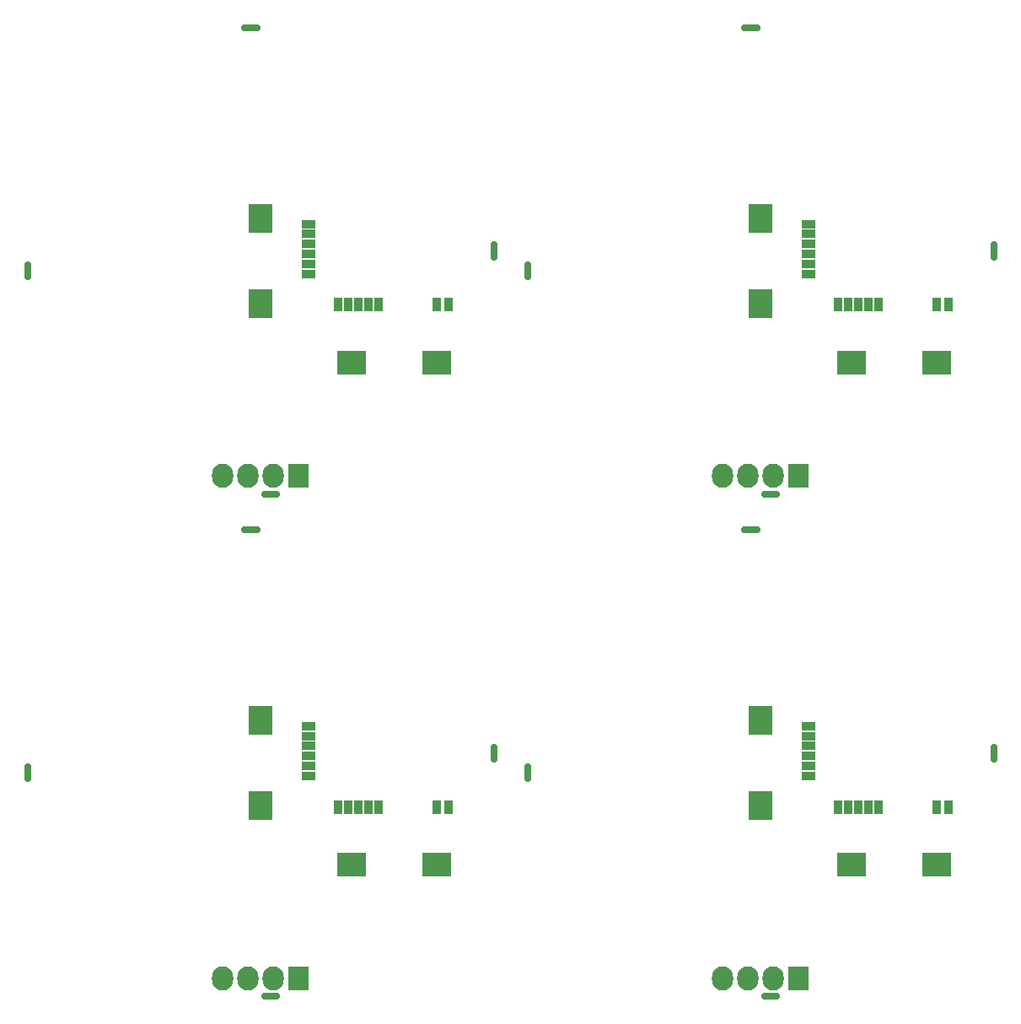
<source format=gbr>
G04 #@! TF.FileFunction,Soldermask,Top*
%FSLAX46Y46*%
G04 Gerber Fmt 4.6, Leading zero omitted, Abs format (unit mm)*
G04 Created by KiCad (PCBNEW 4.1.0-alpha+201607130321+6976~46~ubuntu16.04.1-product) date Wed Aug  3 15:05:52 2016*
%MOMM*%
%LPD*%
G01*
G04 APERTURE LIST*
%ADD10C,0.100000*%
%ADD11R,0.900000X1.400000*%
%ADD12R,1.400000X0.900000*%
%ADD13R,2.127200X2.432000*%
%ADD14O,2.127200X2.432000*%
%ADD15R,2.400000X2.900000*%
%ADD16R,2.900000X2.400000*%
%ADD17C,0.700000*%
G04 APERTURE END LIST*
D10*
D11*
X142900000Y-95400000D03*
X144050000Y-95400000D03*
X137000000Y-95400000D03*
X136000000Y-95400000D03*
X135000000Y-95400000D03*
X134000000Y-95400000D03*
X133000000Y-95400000D03*
D12*
X130000000Y-92300000D03*
X130000000Y-91300000D03*
X130000000Y-90300000D03*
X130000000Y-89300000D03*
X130000000Y-88300000D03*
X130000000Y-87300000D03*
D13*
X129000000Y-112600000D03*
D14*
X126460000Y-112600000D03*
X123920000Y-112600000D03*
X121380000Y-112600000D03*
D15*
X125200000Y-95275000D03*
X125200000Y-86725000D03*
D16*
X134325000Y-101200000D03*
X142875000Y-101200000D03*
D17*
X148600000Y-89400000D03*
X148600000Y-90600000D03*
X148600000Y-90300000D03*
X148600000Y-90000000D03*
X148600000Y-89700000D03*
X123600000Y-67600000D03*
X124800000Y-67600000D03*
X124500000Y-67600000D03*
X124200000Y-67600000D03*
X123900000Y-67600000D03*
X101800000Y-91400000D03*
X101800000Y-92600000D03*
X101800000Y-92300000D03*
X101800000Y-92000000D03*
X101800000Y-91700000D03*
X126800000Y-114400000D03*
X125600000Y-114400000D03*
X125900000Y-114400000D03*
X126200000Y-114400000D03*
X126500000Y-114400000D03*
X76600000Y-114400000D03*
X75400000Y-114400000D03*
X75700000Y-114400000D03*
X76000000Y-114400000D03*
X76300000Y-114400000D03*
X51600000Y-91400000D03*
X51600000Y-92600000D03*
X51600000Y-92300000D03*
X51600000Y-92000000D03*
X51600000Y-91700000D03*
X73400000Y-67600000D03*
X74600000Y-67600000D03*
X74300000Y-67600000D03*
X74000000Y-67600000D03*
X73700000Y-67600000D03*
X98400000Y-89400000D03*
X98400000Y-90600000D03*
X98400000Y-90300000D03*
X98400000Y-90000000D03*
X98400000Y-89700000D03*
D16*
X84125000Y-101200000D03*
X92675000Y-101200000D03*
D15*
X75000000Y-95275000D03*
X75000000Y-86725000D03*
D13*
X78800000Y-112600000D03*
D14*
X76260000Y-112600000D03*
X73720000Y-112600000D03*
X71180000Y-112600000D03*
D11*
X92700000Y-95400000D03*
X93850000Y-95400000D03*
X86800000Y-95400000D03*
X85800000Y-95400000D03*
X84800000Y-95400000D03*
X83800000Y-95400000D03*
X82800000Y-95400000D03*
D12*
X79800000Y-92300000D03*
X79800000Y-91300000D03*
X79800000Y-90300000D03*
X79800000Y-89300000D03*
X79800000Y-88300000D03*
X79800000Y-87300000D03*
D17*
X126800000Y-164800000D03*
X125600000Y-164800000D03*
X125900000Y-164800000D03*
X126200000Y-164800000D03*
X126500000Y-164800000D03*
X101800000Y-141800000D03*
X101800000Y-143000000D03*
X101800000Y-142700000D03*
X101800000Y-142400000D03*
X101800000Y-142100000D03*
X123600000Y-118000000D03*
X124800000Y-118000000D03*
X124500000Y-118000000D03*
X124200000Y-118000000D03*
X123900000Y-118000000D03*
X148600000Y-139800000D03*
X148600000Y-141000000D03*
X148600000Y-140700000D03*
X148600000Y-140400000D03*
X148600000Y-140100000D03*
D16*
X134325000Y-151600000D03*
X142875000Y-151600000D03*
D15*
X125200000Y-145675000D03*
X125200000Y-137125000D03*
D13*
X129000000Y-163000000D03*
D14*
X126460000Y-163000000D03*
X123920000Y-163000000D03*
X121380000Y-163000000D03*
D11*
X142900000Y-145800000D03*
X144050000Y-145800000D03*
X137000000Y-145800000D03*
X136000000Y-145800000D03*
X135000000Y-145800000D03*
X134000000Y-145800000D03*
X133000000Y-145800000D03*
D12*
X130000000Y-142700000D03*
X130000000Y-141700000D03*
X130000000Y-140700000D03*
X130000000Y-139700000D03*
X130000000Y-138700000D03*
X130000000Y-137700000D03*
D11*
X92700000Y-145800000D03*
X93850000Y-145800000D03*
X86800000Y-145800000D03*
X85800000Y-145800000D03*
X84800000Y-145800000D03*
X83800000Y-145800000D03*
X82800000Y-145800000D03*
D12*
X79800000Y-142700000D03*
X79800000Y-141700000D03*
X79800000Y-140700000D03*
X79800000Y-139700000D03*
X79800000Y-138700000D03*
X79800000Y-137700000D03*
D13*
X78800000Y-163000000D03*
D14*
X76260000Y-163000000D03*
X73720000Y-163000000D03*
X71180000Y-163000000D03*
D15*
X75000000Y-145675000D03*
X75000000Y-137125000D03*
D16*
X84125000Y-151600000D03*
X92675000Y-151600000D03*
D17*
X98400000Y-139800000D03*
X98400000Y-141000000D03*
X98400000Y-140700000D03*
X98400000Y-140400000D03*
X98400000Y-140100000D03*
X73400000Y-118000000D03*
X74600000Y-118000000D03*
X74300000Y-118000000D03*
X74000000Y-118000000D03*
X73700000Y-118000000D03*
X51600000Y-141800000D03*
X51600000Y-143000000D03*
X51600000Y-142700000D03*
X51600000Y-142400000D03*
X51600000Y-142100000D03*
X76600000Y-164800000D03*
X75400000Y-164800000D03*
X75700000Y-164800000D03*
X76000000Y-164800000D03*
X76300000Y-164800000D03*
M02*

</source>
